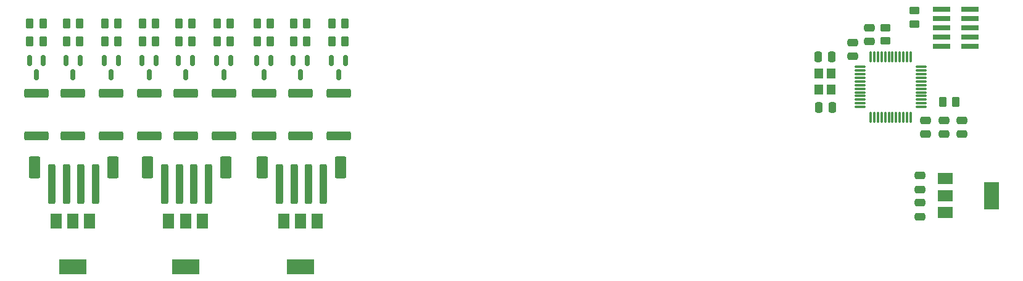
<source format=gbr>
%TF.GenerationSoftware,KiCad,Pcbnew,7.0.2-0*%
%TF.CreationDate,2023-07-03T21:11:48-04:00*%
%TF.ProjectId,controller,636f6e74-726f-46c6-9c65-722e6b696361,rev?*%
%TF.SameCoordinates,Original*%
%TF.FileFunction,Paste,Top*%
%TF.FilePolarity,Positive*%
%FSLAX46Y46*%
G04 Gerber Fmt 4.6, Leading zero omitted, Abs format (unit mm)*
G04 Created by KiCad (PCBNEW 7.0.2-0) date 2023-07-03 21:11:48*
%MOMM*%
%LPD*%
G01*
G04 APERTURE LIST*
G04 Aperture macros list*
%AMRoundRect*
0 Rectangle with rounded corners*
0 $1 Rounding radius*
0 $2 $3 $4 $5 $6 $7 $8 $9 X,Y pos of 4 corners*
0 Add a 4 corners polygon primitive as box body*
4,1,4,$2,$3,$4,$5,$6,$7,$8,$9,$2,$3,0*
0 Add four circle primitives for the rounded corners*
1,1,$1+$1,$2,$3*
1,1,$1+$1,$4,$5*
1,1,$1+$1,$6,$7*
1,1,$1+$1,$8,$9*
0 Add four rect primitives between the rounded corners*
20,1,$1+$1,$2,$3,$4,$5,0*
20,1,$1+$1,$4,$5,$6,$7,0*
20,1,$1+$1,$6,$7,$8,$9,0*
20,1,$1+$1,$8,$9,$2,$3,0*%
G04 Aperture macros list end*
%ADD10R,1.500000X2.000000*%
%ADD11R,3.800000X2.000000*%
%ADD12RoundRect,0.250000X0.262500X0.450000X-0.262500X0.450000X-0.262500X-0.450000X0.262500X-0.450000X0*%
%ADD13RoundRect,0.250000X1.425000X-0.362500X1.425000X0.362500X-1.425000X0.362500X-1.425000X-0.362500X0*%
%ADD14RoundRect,0.250000X0.475000X-0.250000X0.475000X0.250000X-0.475000X0.250000X-0.475000X-0.250000X0*%
%ADD15RoundRect,0.250000X-0.262500X-0.450000X0.262500X-0.450000X0.262500X0.450000X-0.262500X0.450000X0*%
%ADD16RoundRect,0.150000X-0.150000X0.587500X-0.150000X-0.587500X0.150000X-0.587500X0.150000X0.587500X0*%
%ADD17RoundRect,0.250000X0.250000X0.475000X-0.250000X0.475000X-0.250000X-0.475000X0.250000X-0.475000X0*%
%ADD18RoundRect,0.250000X-0.475000X0.250000X-0.475000X-0.250000X0.475000X-0.250000X0.475000X0.250000X0*%
%ADD19R,2.000000X1.500000*%
%ADD20R,2.000000X3.800000*%
%ADD21RoundRect,0.250000X0.450000X-0.262500X0.450000X0.262500X-0.450000X0.262500X-0.450000X-0.262500X0*%
%ADD22RoundRect,0.250000X-0.250000X-2.500000X0.250000X-2.500000X0.250000X2.500000X-0.250000X2.500000X0*%
%ADD23RoundRect,0.250000X-0.550000X-1.250000X0.550000X-1.250000X0.550000X1.250000X-0.550000X1.250000X0*%
%ADD24R,1.200000X1.400000*%
%ADD25R,2.400000X0.740000*%
%ADD26RoundRect,0.075000X-0.662500X-0.075000X0.662500X-0.075000X0.662500X0.075000X-0.662500X0.075000X0*%
%ADD27RoundRect,0.075000X-0.075000X-0.662500X0.075000X-0.662500X0.075000X0.662500X-0.075000X0.662500X0*%
G04 APERTURE END LIST*
D10*
%TO.C,U3*%
X48487500Y-36350000D03*
X46187500Y-36350000D03*
X43887500Y-36350000D03*
D11*
X46187500Y-42650000D03*
%TD*%
D12*
%TO.C,R17*%
X10912500Y-11750000D03*
X9087500Y-11750000D03*
%TD*%
%TO.C,R11*%
X21162499Y-11750000D03*
X19337499Y-11750000D03*
%TD*%
D13*
%TO.C,R3*%
X35687500Y-24712500D03*
X35687500Y-18787500D03*
%TD*%
D12*
%TO.C,R14*%
X15912500Y-11750000D03*
X14087500Y-11750000D03*
%TD*%
D14*
%TO.C,C5*%
X124250000Y-11750000D03*
X124250000Y-9850000D03*
%TD*%
D15*
%TO.C,R25*%
X40275000Y-9250000D03*
X42100000Y-9250000D03*
%TD*%
D13*
%TO.C,R21*%
X51437500Y-24712500D03*
X51437500Y-18787500D03*
%TD*%
D16*
%TO.C,Q6*%
X10950000Y-14375000D03*
X9050000Y-14375000D03*
X10000000Y-16250000D03*
%TD*%
D12*
%TO.C,R20*%
X52350000Y-11750000D03*
X50525000Y-11750000D03*
%TD*%
D15*
%TO.C,R22*%
X45275000Y-9250000D03*
X47100000Y-9250000D03*
%TD*%
D13*
%TO.C,R18*%
X10000000Y-24712500D03*
X10000000Y-18787500D03*
%TD*%
D15*
%TO.C,R19*%
X50525000Y-9250000D03*
X52350000Y-9250000D03*
%TD*%
%TO.C,R10*%
X19337499Y-9250000D03*
X21162499Y-9250000D03*
%TD*%
D17*
%TO.C,C1*%
X119200000Y-20800000D03*
X117300000Y-20800000D03*
%TD*%
D18*
%TO.C,C7*%
X132000000Y-22550000D03*
X132000000Y-24450000D03*
%TD*%
D16*
%TO.C,Q9*%
X42137500Y-14375000D03*
X40237500Y-14375000D03*
X41187500Y-16250000D03*
%TD*%
D19*
%TO.C,U4*%
X134700000Y-30550000D03*
X134700000Y-32850000D03*
X134700000Y-35150000D03*
D20*
X141000000Y-32850000D03*
%TD*%
D18*
%TO.C,C4*%
X137000000Y-22550000D03*
X137000000Y-24450000D03*
%TD*%
D16*
%TO.C,Q7*%
X52387500Y-14375000D03*
X50487500Y-14375000D03*
X51437500Y-16250000D03*
%TD*%
D13*
%TO.C,R15*%
X15000000Y-24712500D03*
X15000000Y-18787500D03*
%TD*%
%TO.C,R27*%
X41187500Y-24712500D03*
X41187500Y-18787500D03*
%TD*%
D12*
%TO.C,R2*%
X36600000Y-11750000D03*
X34775000Y-11750000D03*
%TD*%
D10*
%TO.C,U1*%
X32737501Y-36350000D03*
X30437501Y-36350000D03*
X28137501Y-36350000D03*
D11*
X30437501Y-42650000D03*
%TD*%
D13*
%TO.C,R9*%
X25437501Y-24712500D03*
X25437501Y-18787500D03*
%TD*%
D21*
%TO.C,R28*%
X130500000Y-9325000D03*
X130500000Y-7500000D03*
%TD*%
D22*
%TO.C,J1*%
X27600000Y-31250000D03*
X29600000Y-31250000D03*
X31600000Y-31250000D03*
X33600000Y-31250000D03*
D23*
X25200000Y-29000000D03*
X36000000Y-29000000D03*
%TD*%
D13*
%TO.C,R6*%
X30437501Y-24712500D03*
X30437501Y-18787500D03*
%TD*%
D12*
%TO.C,R8*%
X26350001Y-11750000D03*
X24525001Y-11750000D03*
%TD*%
D22*
%TO.C,J4*%
X43350000Y-31250000D03*
X45350000Y-31250000D03*
X47350000Y-31250000D03*
X49350000Y-31250000D03*
D23*
X40950000Y-29000000D03*
X51750000Y-29000000D03*
%TD*%
D15*
%TO.C,R29*%
X134337500Y-20000000D03*
X136162500Y-20000000D03*
%TD*%
D12*
%TO.C,R23*%
X47100000Y-11750000D03*
X45275000Y-11750000D03*
%TD*%
D18*
%TO.C,C8*%
X131250000Y-33850000D03*
X131250000Y-35750000D03*
%TD*%
D24*
%TO.C,Y1*%
X117300000Y-16100000D03*
X117300000Y-18300000D03*
X119000000Y-18300000D03*
X119000000Y-16100000D03*
%TD*%
D25*
%TO.C,J5*%
X138100000Y-12390000D03*
X134200000Y-12390000D03*
X138100000Y-11120000D03*
X134200000Y-11120000D03*
X138100000Y-9850000D03*
X134200000Y-9850000D03*
X138100000Y-8580000D03*
X134200000Y-8580000D03*
X138100000Y-7310000D03*
X134200000Y-7310000D03*
%TD*%
D17*
%TO.C,C2*%
X119150000Y-13800000D03*
X117250000Y-13800000D03*
%TD*%
D13*
%TO.C,R24*%
X46187500Y-24712500D03*
X46187500Y-18787500D03*
%TD*%
D12*
%TO.C,R26*%
X42100000Y-11750000D03*
X40275000Y-11750000D03*
%TD*%
D16*
%TO.C,Q8*%
X47137500Y-14375000D03*
X45237500Y-14375000D03*
X46187500Y-16250000D03*
%TD*%
%TO.C,Q5*%
X15950000Y-14375000D03*
X14050000Y-14375000D03*
X15000000Y-16250000D03*
%TD*%
D18*
%TO.C,C3*%
X134500000Y-22550000D03*
X134500000Y-24450000D03*
%TD*%
D16*
%TO.C,Q1*%
X36637500Y-14375000D03*
X34737500Y-14375000D03*
X35687500Y-16250000D03*
%TD*%
D12*
%TO.C,R5*%
X31350001Y-11750000D03*
X29525001Y-11750000D03*
%TD*%
D21*
%TO.C,R30*%
X126500000Y-11662500D03*
X126500000Y-9837500D03*
%TD*%
D15*
%TO.C,R4*%
X29525001Y-9250000D03*
X31350001Y-9250000D03*
%TD*%
%TO.C,R7*%
X24525001Y-9250000D03*
X26350001Y-9250000D03*
%TD*%
%TO.C,R1*%
X34775000Y-9250000D03*
X36600000Y-9250000D03*
%TD*%
%TO.C,R13*%
X14087500Y-9250000D03*
X15912500Y-9250000D03*
%TD*%
D13*
%TO.C,R12*%
X20249999Y-24712500D03*
X20249999Y-18787500D03*
%TD*%
D16*
%TO.C,Q4*%
X21199999Y-14375000D03*
X19299999Y-14375000D03*
X20249999Y-16250000D03*
%TD*%
%TO.C,Q2*%
X31387501Y-14375000D03*
X29487501Y-14375000D03*
X30437501Y-16250000D03*
%TD*%
D15*
%TO.C,R16*%
X9087500Y-9250000D03*
X10912500Y-9250000D03*
%TD*%
D14*
%TO.C,C6*%
X122000000Y-13750000D03*
X122000000Y-11850000D03*
%TD*%
D16*
%TO.C,Q3*%
X26387501Y-14375000D03*
X24487501Y-14375000D03*
X25437501Y-16250000D03*
%TD*%
D26*
%TO.C,U5*%
X123037500Y-15210000D03*
X123037500Y-15710000D03*
X123037500Y-16210000D03*
X123037500Y-16710000D03*
X123037500Y-17210000D03*
X123037500Y-17710000D03*
X123037500Y-18210000D03*
X123037500Y-18710000D03*
X123037500Y-19210000D03*
X123037500Y-19710000D03*
X123037500Y-20210000D03*
X123037500Y-20710000D03*
D27*
X124450000Y-22122500D03*
X124950000Y-22122500D03*
X125450000Y-22122500D03*
X125950000Y-22122500D03*
X126450000Y-22122500D03*
X126950000Y-22122500D03*
X127450000Y-22122500D03*
X127950000Y-22122500D03*
X128450000Y-22122500D03*
X128950000Y-22122500D03*
X129450000Y-22122500D03*
X129950000Y-22122500D03*
D26*
X131362500Y-20710000D03*
X131362500Y-20210000D03*
X131362500Y-19710000D03*
X131362500Y-19210000D03*
X131362500Y-18710000D03*
X131362500Y-18210000D03*
X131362500Y-17710000D03*
X131362500Y-17210000D03*
X131362500Y-16710000D03*
X131362500Y-16210000D03*
X131362500Y-15710000D03*
X131362500Y-15210000D03*
D27*
X129950000Y-13797500D03*
X129450000Y-13797500D03*
X128950000Y-13797500D03*
X128450000Y-13797500D03*
X127950000Y-13797500D03*
X127450000Y-13797500D03*
X126950000Y-13797500D03*
X126450000Y-13797500D03*
X125950000Y-13797500D03*
X125450000Y-13797500D03*
X124950000Y-13797500D03*
X124450000Y-13797500D03*
%TD*%
D10*
%TO.C,U2*%
X17300000Y-36350000D03*
X15000000Y-36350000D03*
X12700000Y-36350000D03*
D11*
X15000000Y-42650000D03*
%TD*%
D14*
%TO.C,C9*%
X131250000Y-32000000D03*
X131250000Y-30100000D03*
%TD*%
D22*
%TO.C,J3*%
X12100000Y-31250000D03*
X14100000Y-31250000D03*
X16100000Y-31250000D03*
X18100000Y-31250000D03*
D23*
X9700000Y-29000000D03*
X20500000Y-29000000D03*
%TD*%
M02*

</source>
